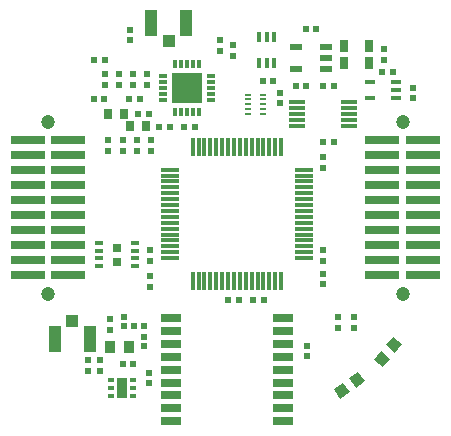
<source format=gts>
G04 #@! TF.GenerationSoftware,KiCad,Pcbnew,no-vcs-found-d3b382c~59~ubuntu16.04.1*
G04 #@! TF.CreationDate,2017-07-25T02:02:09+01:00*
G04 #@! TF.ProjectId,m3radio,6D33726164696F2E6B696361645F7063,Rev 1*
G04 #@! TF.SameCoordinates,Original
G04 #@! TF.FileFunction,Soldermask,Top*
G04 #@! TF.FilePolarity,Negative*
%FSLAX46Y46*%
G04 Gerber Fmt 4.6, Leading zero omitted, Abs format (unit mm)*
G04 Created by KiCad (PCBNEW no-vcs-found-d3b382c~59~ubuntu16.04.1) date Tue Jul 25 02:02:09 2017*
%MOMM*%
%LPD*%
G01*
G04 APERTURE LIST*
%ADD10R,0.300000X1.500000*%
%ADD11R,1.500000X0.300000*%
%ADD12R,0.400000X0.950000*%
%ADD13R,0.620000X0.620000*%
%ADD14R,1.000000X1.050000*%
%ADD15R,1.050000X2.200000*%
%ADD16R,2.920000X0.740000*%
%ADD17C,0.950000*%
%ADD18C,0.100000*%
%ADD19R,0.650000X0.350000*%
%ADD20R,0.802000X0.802000*%
%ADD21R,0.750000X0.300000*%
%ADD22R,0.300000X0.750000*%
%ADD23R,2.602000X2.602000*%
%ADD24C,1.200000*%
%ADD25R,0.750000X0.900000*%
%ADD26R,0.470000X0.400000*%
%ADD27R,0.952000X1.702000*%
%ADD28R,0.520000X0.520000*%
%ADD29R,0.950000X1.000000*%
%ADD30R,0.950000X0.400000*%
%ADD31R,1.100000X0.600000*%
%ADD32R,1.450000X0.300000*%
%ADD33R,0.600000X0.200000*%
%ADD34R,1.800000X0.700000*%
%ADD35R,0.800000X1.000000*%
G04 APERTURE END LIST*
D10*
X97225000Y-106200000D03*
X97725000Y-106200000D03*
X98225000Y-106200000D03*
X98725000Y-106200000D03*
X99225000Y-106200000D03*
X99725000Y-106200000D03*
X100225000Y-106200000D03*
X100725000Y-106200000D03*
X101225000Y-106200000D03*
X101725000Y-106200000D03*
X102225000Y-106200000D03*
X102725000Y-106200000D03*
X103225000Y-106200000D03*
X103725000Y-106200000D03*
X104225000Y-106200000D03*
X104725000Y-106200000D03*
D11*
X106675000Y-104250000D03*
X106675000Y-103750000D03*
X106675000Y-103250000D03*
X106675000Y-102750000D03*
X106675000Y-102250000D03*
X106675000Y-101750000D03*
X106675000Y-101250000D03*
X106675000Y-100750000D03*
X106675000Y-100250000D03*
X106675000Y-99750000D03*
X106675000Y-99250000D03*
X106675000Y-98750000D03*
X106675000Y-98250000D03*
X106675000Y-97750000D03*
X106675000Y-97250000D03*
X106675000Y-96750000D03*
D10*
X104725000Y-94800000D03*
X104225000Y-94800000D03*
X103725000Y-94800000D03*
X103225000Y-94800000D03*
X102725000Y-94800000D03*
X102225000Y-94800000D03*
X101725000Y-94800000D03*
X101225000Y-94800000D03*
X100725000Y-94800000D03*
X100225000Y-94800000D03*
X99725000Y-94800000D03*
X99225000Y-94800000D03*
X98725000Y-94800000D03*
X98225000Y-94800000D03*
X97725000Y-94800000D03*
X97225000Y-94800000D03*
D11*
X95275000Y-96750000D03*
X95275000Y-97250000D03*
X95275000Y-97750000D03*
X95275000Y-98250000D03*
X95275000Y-98750000D03*
X95275000Y-99250000D03*
X95275000Y-99750000D03*
X95275000Y-100250000D03*
X95275000Y-100750000D03*
X95275000Y-101250000D03*
X95275000Y-101750000D03*
X95275000Y-102250000D03*
X95275000Y-102750000D03*
X95275000Y-103250000D03*
X95275000Y-103750000D03*
X95275000Y-104250000D03*
D12*
X104150000Y-85550000D03*
X103500000Y-85550000D03*
X102850000Y-85550000D03*
X102850000Y-87750000D03*
X103500000Y-87750000D03*
X104150000Y-87750000D03*
D13*
X89750000Y-90800000D03*
X88850000Y-90800000D03*
X113400000Y-86575000D03*
X113400000Y-87475000D03*
X92200000Y-113250000D03*
X91300000Y-113250000D03*
D14*
X87050000Y-109575000D03*
D15*
X88525000Y-111100000D03*
X85575000Y-111100000D03*
D13*
X108300000Y-96600000D03*
X108300000Y-95700000D03*
X106870000Y-111660000D03*
X106870000Y-112560000D03*
D16*
X83285000Y-94285000D03*
X86715000Y-94285000D03*
X83285000Y-95555000D03*
X86715000Y-95555000D03*
X83285000Y-96825000D03*
X86715000Y-96825000D03*
X83285000Y-98095000D03*
X86715000Y-98095000D03*
X83285000Y-99365000D03*
X86715000Y-99365000D03*
X83285000Y-100635000D03*
X86715000Y-100635000D03*
X83285000Y-101905000D03*
X86715000Y-101905000D03*
X83285000Y-103175000D03*
X86715000Y-103175000D03*
X83285000Y-104445000D03*
X86715000Y-104445000D03*
X83285000Y-105715000D03*
X86715000Y-105715000D03*
D13*
X108300000Y-106450000D03*
X108300000Y-105550000D03*
X109200000Y-94450000D03*
X108300000Y-94450000D03*
X93600000Y-106650000D03*
X93600000Y-105750000D03*
X100250000Y-107800000D03*
X101150000Y-107800000D03*
X108300000Y-104450000D03*
X108300000Y-103550000D03*
X102350000Y-107800000D03*
X103250000Y-107800000D03*
X93700000Y-95150000D03*
X93700000Y-94250000D03*
X97400000Y-93150000D03*
X96500000Y-93150000D03*
X93600000Y-103550000D03*
X93600000Y-104450000D03*
D17*
X113235770Y-112812836D03*
D18*
G36*
X113313468Y-113498101D02*
X112547424Y-112855313D01*
X113158072Y-112127571D01*
X113924116Y-112770359D01*
X113313468Y-113498101D01*
X113313468Y-113498101D01*
G37*
D17*
X114264230Y-111587164D03*
D18*
G36*
X114341928Y-112272429D02*
X113575884Y-111629641D01*
X114186532Y-110901899D01*
X114952576Y-111544687D01*
X114341928Y-112272429D01*
X114341928Y-112272429D01*
G37*
D17*
X111155322Y-114541139D03*
D18*
G36*
X111257631Y-113859114D02*
X111831207Y-114678266D01*
X111053013Y-115223164D01*
X110479437Y-114404012D01*
X111257631Y-113859114D01*
X111257631Y-113859114D01*
G37*
D17*
X109844678Y-115458861D03*
D18*
G36*
X109946987Y-114776836D02*
X110520563Y-115595988D01*
X109742369Y-116140886D01*
X109168793Y-115321734D01*
X109946987Y-114776836D01*
X109946987Y-114776836D01*
G37*
D19*
X92375000Y-104925000D03*
X92375000Y-104275000D03*
X92375000Y-103625000D03*
X92375000Y-102975000D03*
X89275000Y-102975000D03*
X89275000Y-103625000D03*
X89275000Y-104275000D03*
X89275000Y-104925000D03*
D20*
X90825000Y-104550000D03*
X90825000Y-103350000D03*
D21*
X94750000Y-88850000D03*
X94750000Y-89350000D03*
X94750000Y-89850000D03*
X94750000Y-90350000D03*
X94750000Y-90850000D03*
D22*
X95750000Y-91850000D03*
X96250000Y-91850000D03*
X96750000Y-91850000D03*
X97250000Y-91850000D03*
X97750000Y-91850000D03*
D21*
X98750000Y-90850000D03*
X98750000Y-90350000D03*
X98750000Y-89850000D03*
X98750000Y-89350000D03*
X98750000Y-88850000D03*
D22*
X97750000Y-87850000D03*
X97250000Y-87850000D03*
X96750000Y-87850000D03*
X96250000Y-87850000D03*
X95750000Y-87850000D03*
D23*
X96750000Y-89850000D03*
D24*
X85000000Y-107305000D03*
X85000000Y-92695000D03*
D16*
X113285000Y-94285000D03*
X116715000Y-94285000D03*
X113285000Y-95555000D03*
X116715000Y-95555000D03*
X113285000Y-96825000D03*
X116715000Y-96825000D03*
X113285000Y-98095000D03*
X116715000Y-98095000D03*
X113285000Y-99365000D03*
X116715000Y-99365000D03*
X113285000Y-100635000D03*
X116715000Y-100635000D03*
X113285000Y-101905000D03*
X116715000Y-101905000D03*
X113285000Y-103175000D03*
X116715000Y-103175000D03*
X113285000Y-104445000D03*
X116715000Y-104445000D03*
X113285000Y-105715000D03*
X116715000Y-105715000D03*
D24*
X115000000Y-107305000D03*
X115000000Y-92695000D03*
D13*
X110900000Y-109250000D03*
X110900000Y-110150000D03*
X109500000Y-109250000D03*
X109500000Y-110150000D03*
X94400000Y-93150000D03*
X95300000Y-93150000D03*
X91300000Y-94250000D03*
X91300000Y-95150000D03*
X91000000Y-88650000D03*
X91000000Y-89550000D03*
X93500000Y-92050000D03*
X92600000Y-92050000D03*
X92750000Y-90800000D03*
X91850000Y-90800000D03*
X89800000Y-87450000D03*
X88900000Y-87450000D03*
D25*
X91900000Y-93100000D03*
X93300000Y-93100000D03*
X91450000Y-92000000D03*
X90050000Y-92000000D03*
D13*
X93500000Y-113950000D03*
X93500000Y-114850000D03*
X89400000Y-112900000D03*
X89400000Y-113800000D03*
X113275000Y-88450000D03*
X114175000Y-88450000D03*
X108300000Y-89700000D03*
X109200000Y-89700000D03*
X90250000Y-109400000D03*
X90250000Y-110300000D03*
X91950000Y-85800000D03*
X91950000Y-84900000D03*
D26*
X90335000Y-114600000D03*
X90335000Y-115250000D03*
X90335000Y-115900000D03*
X92165000Y-115900000D03*
X92165000Y-115250000D03*
X92165000Y-114600000D03*
D27*
X91250000Y-115250000D03*
D28*
X91400000Y-110000000D03*
X91400000Y-109200000D03*
X93100000Y-110000000D03*
X92300000Y-110000000D03*
X93100000Y-111700000D03*
X93100000Y-110900000D03*
D29*
X90200000Y-111800000D03*
X91800000Y-111800000D03*
D13*
X88400000Y-112900000D03*
X88400000Y-113800000D03*
D14*
X95200000Y-85900000D03*
D15*
X93725000Y-84375000D03*
X96675000Y-84375000D03*
D13*
X115850000Y-89800000D03*
X115850000Y-90700000D03*
D30*
X114450000Y-90650000D03*
X114450000Y-90000000D03*
X114450000Y-89350000D03*
X112250000Y-89350000D03*
X112250000Y-90650000D03*
D13*
X104650000Y-90250000D03*
X104650000Y-91150000D03*
X104050000Y-89250000D03*
X103150000Y-89250000D03*
X106850000Y-89700000D03*
X105950000Y-89700000D03*
D31*
X108550000Y-88250000D03*
X108550000Y-87300000D03*
X108550000Y-86350000D03*
X105950000Y-86350000D03*
X105950000Y-88250000D03*
D32*
X106100000Y-91050000D03*
X106100000Y-91550000D03*
X106100000Y-92050000D03*
X106100000Y-92550000D03*
X106100000Y-93050000D03*
X110500000Y-93050000D03*
X110500000Y-92550000D03*
X110500000Y-92050000D03*
X110500000Y-91550000D03*
X110500000Y-91050000D03*
D33*
X103150000Y-92000000D03*
X103150000Y-91600000D03*
X103150000Y-91200000D03*
X103150000Y-90800000D03*
X103150000Y-90400000D03*
X101950000Y-90400000D03*
X101950000Y-90800000D03*
X101950000Y-91200000D03*
X101950000Y-91600000D03*
X101950000Y-92000000D03*
D34*
X104900000Y-118075000D03*
X104900000Y-116975000D03*
X104900000Y-115875000D03*
X104900000Y-114775000D03*
X104900000Y-113675000D03*
X104900000Y-112575000D03*
X104900000Y-111475000D03*
X104900000Y-110375000D03*
X104900000Y-109275000D03*
X95400000Y-109275000D03*
X95400000Y-110375000D03*
X95400000Y-111475000D03*
X95400000Y-112575000D03*
X95400000Y-113675000D03*
X95400000Y-114775000D03*
X95400000Y-115875000D03*
X95400000Y-116975000D03*
X95400000Y-118075000D03*
D13*
X107700000Y-84850000D03*
X106800000Y-84850000D03*
D35*
X112150000Y-86300000D03*
X112150000Y-87700000D03*
X110050000Y-86300000D03*
X110050000Y-87700000D03*
D13*
X92500000Y-94250000D03*
X92500000Y-95150000D03*
X93400000Y-89550000D03*
X93400000Y-88650000D03*
X92200000Y-89550000D03*
X92200000Y-88650000D03*
X89800000Y-88650000D03*
X89800000Y-89550000D03*
X100625000Y-87125000D03*
X100625000Y-86225000D03*
X99525000Y-85800000D03*
X99525000Y-86700000D03*
X90100000Y-94250000D03*
X90100000Y-95150000D03*
M02*

</source>
